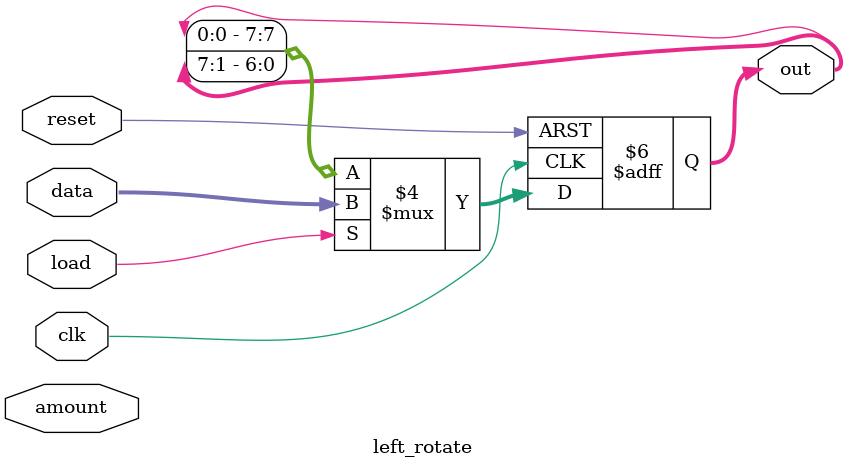
<source format=v>
module left_rotate(clk,reset,amount,data,load,out);
input clk,reset;
input [2:0] amount;
input [7:0] data;
input load;
output reg [7:0] out;
// when load is high, load data to out
// otherwise rotate the out register followed by left shift the out register by amount bits
always@(posedge clk, negedge reset)
begin
	if(!reset)
	begin
	// reset
	out <= 8'b0;
	end
	else if(load)
	begin
	// load
	out <= data;
	end
	else
	begin
	// rotate
	out <= {out[6:0],out[7]};
	out <= {out[0],out[7:1]};
	end
end
endmodule

</source>
